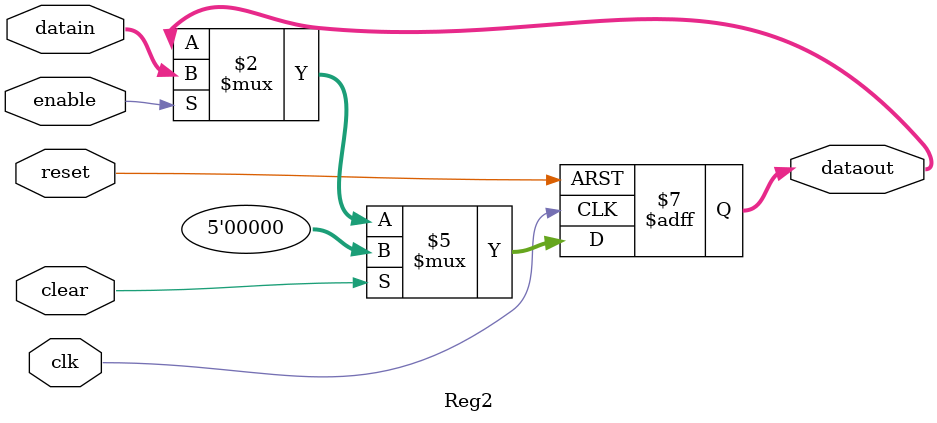
<source format=v>
`timescale 1ns / 1ps

module Reg2 (
	clk,			// system clock
	enable,			// enable
	reset,			// system reset
	clear, 			// internal clear
	datain,			// input data
	dataout			// output data
);

// Module Parameter(s)
parameter SIZEDATA = 5;

// Module Signals
// ----------------------------------------------------------------------------
// Input(s)
input 			clk;
input			reset;
input 			enable;
input			clear;
input [SIZEDATA-1 : 0]	datain;
// Output(s)
output [SIZEDATA-1 : 0] dataout;
// Wire(s) and Reg(s)
wire  			clk;
wire			reset;
wire 			enable;
wire			clear;
wire [SIZEDATA-1 : 0] 	datain;
reg [SIZEDATA-1 : 0] 	dataout;

// Register
always @ (posedge clk or posedge reset) begin
	if (reset) 
		dataout <= 0;
	else if (clear) 
		dataout <=0;
	else if(enable) 
		dataout <= datain;
end



endmodule

</source>
